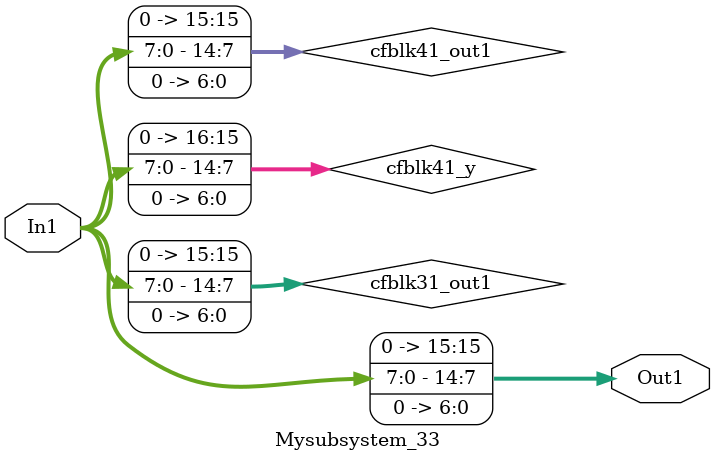
<source format=v>



`timescale 1 ns / 1 ns

module Mysubsystem_33
          (In1,
           Out1);


  input   [7:0] In1;  // uint8
  output  [15:0] Out1;  // ufix16_En7


  wire [15:0] cfblk31_out1;  // ufix16_En7
  wire [16:0] cfblk41_y;  // ufix17_En7
  wire [15:0] cfblk41_out1;  // ufix16_En7


  assign cfblk31_out1 = {1'b0, {In1, 7'b0000000}};



  assign cfblk41_y = {1'b0, cfblk31_out1};
  assign cfblk41_out1 = cfblk41_y[15:0];



  assign Out1 = cfblk41_out1;

endmodule  // Mysubsystem_33


</source>
